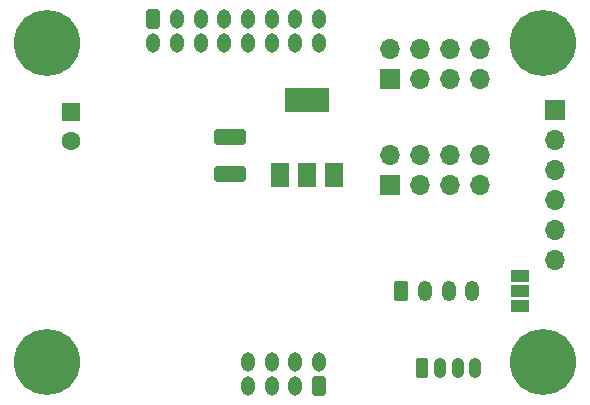
<source format=gbr>
%TF.GenerationSoftware,KiCad,Pcbnew,7.0.6*%
%TF.CreationDate,2023-08-24T17:15:50-04:00*%
%TF.ProjectId,mcumod-carrier-breakout,6d63756d-6f64-42d6-9361-72726965722d,rev?*%
%TF.SameCoordinates,Original*%
%TF.FileFunction,Soldermask,Top*%
%TF.FilePolarity,Negative*%
%FSLAX46Y46*%
G04 Gerber Fmt 4.6, Leading zero omitted, Abs format (unit mm)*
G04 Created by KiCad (PCBNEW 7.0.6) date 2023-08-24 17:15:50*
%MOMM*%
%LPD*%
G01*
G04 APERTURE LIST*
G04 Aperture macros list*
%AMRoundRect*
0 Rectangle with rounded corners*
0 $1 Rounding radius*
0 $2 $3 $4 $5 $6 $7 $8 $9 X,Y pos of 4 corners*
0 Add a 4 corners polygon primitive as box body*
4,1,4,$2,$3,$4,$5,$6,$7,$8,$9,$2,$3,0*
0 Add four circle primitives for the rounded corners*
1,1,$1+$1,$2,$3*
1,1,$1+$1,$4,$5*
1,1,$1+$1,$6,$7*
1,1,$1+$1,$8,$9*
0 Add four rect primitives between the rounded corners*
20,1,$1+$1,$2,$3,$4,$5,0*
20,1,$1+$1,$4,$5,$6,$7,0*
20,1,$1+$1,$6,$7,$8,$9,0*
20,1,$1+$1,$8,$9,$2,$3,0*%
G04 Aperture macros list end*
%ADD10RoundRect,0.250000X-0.350000X-0.575000X0.350000X-0.575000X0.350000X0.575000X-0.350000X0.575000X0*%
%ADD11O,1.200000X1.650000*%
%ADD12C,5.600000*%
%ADD13RoundRect,0.250000X0.350000X0.575000X-0.350000X0.575000X-0.350000X-0.575000X0.350000X-0.575000X0*%
%ADD14R,1.700000X1.700000*%
%ADD15O,1.700000X1.700000*%
%ADD16R,1.600000X1.600000*%
%ADD17C,1.600000*%
%ADD18R,1.500000X1.000000*%
%ADD19R,1.500000X2.000000*%
%ADD20R,3.800000X2.000000*%
%ADD21RoundRect,0.250000X1.100000X-0.412500X1.100000X0.412500X-1.100000X0.412500X-1.100000X-0.412500X0*%
%ADD22RoundRect,0.250000X-0.265000X-0.615000X0.265000X-0.615000X0.265000X0.615000X-0.265000X0.615000X0*%
%ADD23O,1.030000X1.730000*%
%ADD24RoundRect,0.250000X-0.350000X-0.625000X0.350000X-0.625000X0.350000X0.625000X-0.350000X0.625000X0*%
%ADD25O,1.200000X1.750000*%
G04 APERTURE END LIST*
D10*
%TO.C,J1*%
X103000000Y-52000000D03*
D11*
X103000000Y-54000000D03*
X105000000Y-52000000D03*
X105000000Y-54000000D03*
X107000000Y-52000000D03*
X107000000Y-54000000D03*
X109000000Y-52000000D03*
X109000000Y-54000000D03*
X111000000Y-52000000D03*
X111000000Y-54000000D03*
X113000000Y-52000000D03*
X113000000Y-54000000D03*
X115000000Y-52000000D03*
X115000000Y-54000000D03*
X117000000Y-52000000D03*
X117000000Y-54000000D03*
%TD*%
D12*
%TO.C,H1*%
X94000000Y-54000000D03*
%TD*%
D13*
%TO.C,J2*%
X117000000Y-83000000D03*
D11*
X117000000Y-81000000D03*
X115000000Y-83000000D03*
X115000000Y-81000000D03*
X113000000Y-83000000D03*
X113000000Y-81000000D03*
X111000000Y-83000000D03*
X111000000Y-81000000D03*
%TD*%
D12*
%TO.C,H2*%
X136000000Y-54000000D03*
%TD*%
D14*
%TO.C,J6*%
X123000000Y-66000000D03*
D15*
X123000000Y-63460000D03*
X125540000Y-66000000D03*
X125540000Y-63460000D03*
X128080000Y-66000000D03*
X128080000Y-63460000D03*
X130620000Y-66000000D03*
X130620000Y-63460000D03*
%TD*%
D16*
%TO.C,C2*%
X96000000Y-59794888D03*
D17*
X96000000Y-62294888D03*
%TD*%
D18*
%TO.C,JP1*%
X134000000Y-76300000D03*
X134000000Y-75000000D03*
X134000000Y-73700000D03*
%TD*%
D19*
%TO.C,U1*%
X113700000Y-65150000D03*
X116000000Y-65150000D03*
D20*
X116000000Y-58850000D03*
D19*
X118300000Y-65150000D03*
%TD*%
D21*
%TO.C,C1*%
X109500000Y-65062500D03*
X109500000Y-61937500D03*
%TD*%
D22*
%TO.C,J4*%
X125750000Y-81550000D03*
D23*
X127250000Y-81550000D03*
X128750000Y-81550000D03*
X130250000Y-81550000D03*
%TD*%
D24*
%TO.C,J5*%
X124000000Y-75000000D03*
D25*
X126000000Y-75000000D03*
X128000000Y-75000000D03*
X130000000Y-75000000D03*
%TD*%
D14*
%TO.C,J3*%
X137000000Y-59650000D03*
D15*
X137000000Y-62190000D03*
X137000000Y-64730000D03*
X137000000Y-67270000D03*
X137000000Y-69810000D03*
X137000000Y-72350000D03*
%TD*%
D12*
%TO.C,H4*%
X136000000Y-81000000D03*
%TD*%
%TO.C,H3*%
X94000000Y-81000000D03*
%TD*%
D14*
%TO.C,J7*%
X123000000Y-57000000D03*
D15*
X123000000Y-54460000D03*
X125540000Y-57000000D03*
X125540000Y-54460000D03*
X128080000Y-57000000D03*
X128080000Y-54460000D03*
X130620000Y-57000000D03*
X130620000Y-54460000D03*
%TD*%
M02*

</source>
